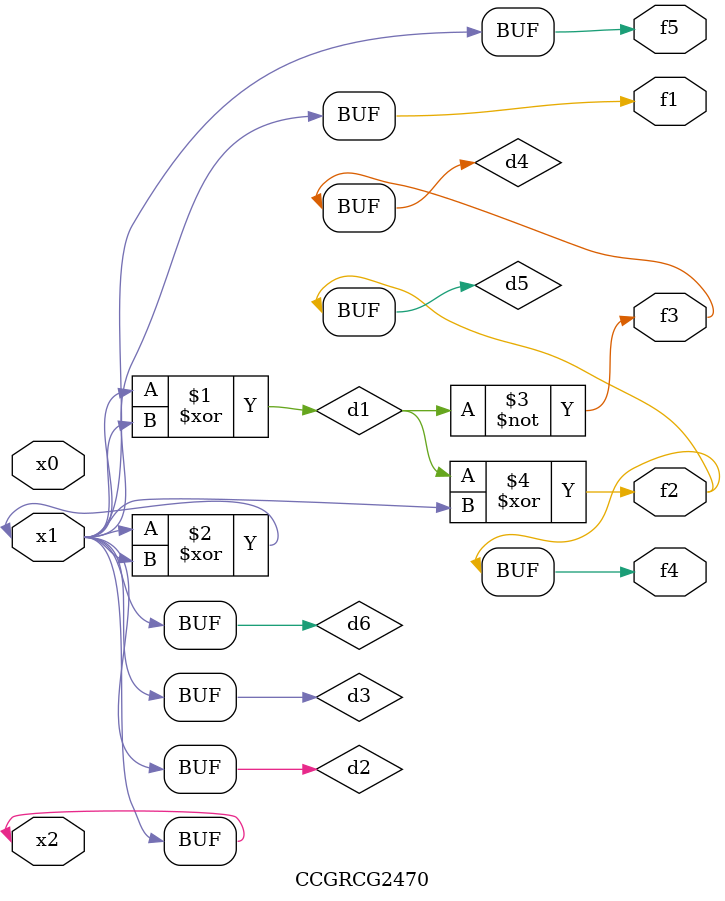
<source format=v>
module CCGRCG2470(
	input x0, x1, x2,
	output f1, f2, f3, f4, f5
);

	wire d1, d2, d3, d4, d5, d6;

	xor (d1, x1, x2);
	buf (d2, x1, x2);
	xor (d3, x1, x2);
	nor (d4, d1);
	xor (d5, d1, d2);
	buf (d6, d2, d3);
	assign f1 = d6;
	assign f2 = d5;
	assign f3 = d4;
	assign f4 = d5;
	assign f5 = d6;
endmodule

</source>
